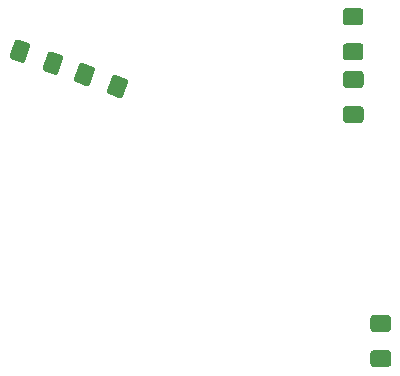
<source format=gbr>
%TF.GenerationSoftware,KiCad,Pcbnew,5.1.6-c6e7f7d~86~ubuntu18.04.1*%
%TF.CreationDate,2021-04-26T01:41:27-07:00*%
%TF.ProjectId,thumb_cluster_left,7468756d-625f-4636-9c75-737465725f6c,rev?*%
%TF.SameCoordinates,Original*%
%TF.FileFunction,Paste,Bot*%
%TF.FilePolarity,Positive*%
%FSLAX46Y46*%
G04 Gerber Fmt 4.6, Leading zero omitted, Abs format (unit mm)*
G04 Created by KiCad (PCBNEW 5.1.6-c6e7f7d~86~ubuntu18.04.1) date 2021-04-26 01:41:27*
%MOMM*%
%LPD*%
G01*
G04 APERTURE LIST*
G04 APERTURE END LIST*
%TO.C,R1*%
G36*
G01*
X166705000Y-105760417D02*
X167955000Y-105760417D01*
G75*
G02*
X168205000Y-106010417I0J-250000D01*
G01*
X168205000Y-106935417D01*
G75*
G02*
X167955000Y-107185417I-250000J0D01*
G01*
X166705000Y-107185417D01*
G75*
G02*
X166455000Y-106935417I0J250000D01*
G01*
X166455000Y-106010417D01*
G75*
G02*
X166705000Y-105760417I250000J0D01*
G01*
G37*
G36*
G01*
X166705000Y-102785417D02*
X167955000Y-102785417D01*
G75*
G02*
X168205000Y-103035417I0J-250000D01*
G01*
X168205000Y-103960417D01*
G75*
G02*
X167955000Y-104210417I-250000J0D01*
G01*
X166705000Y-104210417D01*
G75*
G02*
X166455000Y-103960417I0J250000D01*
G01*
X166455000Y-103035417D01*
G75*
G02*
X166705000Y-102785417I250000J0D01*
G01*
G37*
%TD*%
%TO.C,R5*%
G36*
G01*
X137665345Y-80095510D02*
X137237819Y-81270126D01*
G75*
G02*
X136917391Y-81419544I-234923J85505D01*
G01*
X136048176Y-81103176D01*
G75*
G02*
X135898758Y-80782748I85505J234923D01*
G01*
X136326283Y-79608132D01*
G75*
G02*
X136646711Y-79458714I234923J-85505D01*
G01*
X137515926Y-79775082D01*
G75*
G02*
X137665344Y-80095510I-85505J-234923D01*
G01*
G37*
G36*
G01*
X140460931Y-81113020D02*
X140033405Y-82287636D01*
G75*
G02*
X139712977Y-82437054I-234923J85505D01*
G01*
X138843762Y-82120686D01*
G75*
G02*
X138694344Y-81800258I85505J234923D01*
G01*
X139121869Y-80625642D01*
G75*
G02*
X139442297Y-80476224I234923J-85505D01*
G01*
X140311512Y-80792592D01*
G75*
G02*
X140460930Y-81113020I-85505J-234923D01*
G01*
G37*
%TD*%
%TO.C,R2*%
G36*
G01*
X165624999Y-83552098D02*
X164374999Y-83552098D01*
G75*
G02*
X164124999Y-83302098I0J250000D01*
G01*
X164124999Y-82377098D01*
G75*
G02*
X164374999Y-82127098I250000J0D01*
G01*
X165624999Y-82127098D01*
G75*
G02*
X165874999Y-82377098I0J-250000D01*
G01*
X165874999Y-83302098D01*
G75*
G02*
X165624999Y-83552098I-250000J0D01*
G01*
G37*
G36*
G01*
X165624999Y-86527098D02*
X164374999Y-86527098D01*
G75*
G02*
X164124999Y-86277098I0J250000D01*
G01*
X164124999Y-85352098D01*
G75*
G02*
X164374999Y-85102098I250000J0D01*
G01*
X165624999Y-85102098D01*
G75*
G02*
X165874999Y-85352098I0J-250000D01*
G01*
X165874999Y-86277098D01*
G75*
G02*
X165624999Y-86527098I-250000J0D01*
G01*
G37*
%TD*%
%TO.C,R3*%
G36*
G01*
X165613979Y-78242500D02*
X164363979Y-78242500D01*
G75*
G02*
X164113979Y-77992500I0J250000D01*
G01*
X164113979Y-77067500D01*
G75*
G02*
X164363979Y-76817500I250000J0D01*
G01*
X165613979Y-76817500D01*
G75*
G02*
X165863979Y-77067500I0J-250000D01*
G01*
X165863979Y-77992500D01*
G75*
G02*
X165613979Y-78242500I-250000J0D01*
G01*
G37*
G36*
G01*
X165613979Y-81217500D02*
X164363979Y-81217500D01*
G75*
G02*
X164113979Y-80967500I0J250000D01*
G01*
X164113979Y-80042500D01*
G75*
G02*
X164363979Y-79792500I250000J0D01*
G01*
X165613979Y-79792500D01*
G75*
G02*
X165863979Y-80042500I0J-250000D01*
G01*
X165863979Y-80967500D01*
G75*
G02*
X165613979Y-81217500I-250000J0D01*
G01*
G37*
%TD*%
%TO.C,R4*%
G36*
G01*
X143115564Y-82079226D02*
X142688038Y-83253842D01*
G75*
G02*
X142367610Y-83403260I-234923J85505D01*
G01*
X141498395Y-83086892D01*
G75*
G02*
X141348977Y-82766464I85505J234923D01*
G01*
X141776502Y-81591848D01*
G75*
G02*
X142096930Y-81442430I234923J-85505D01*
G01*
X142966145Y-81758798D01*
G75*
G02*
X143115563Y-82079226I-85505J-234923D01*
G01*
G37*
G36*
G01*
X145911150Y-83096736D02*
X145483624Y-84271352D01*
G75*
G02*
X145163196Y-84420770I-234923J85505D01*
G01*
X144293981Y-84104402D01*
G75*
G02*
X144144563Y-83783974I85505J234923D01*
G01*
X144572088Y-82609358D01*
G75*
G02*
X144892516Y-82459940I234923J-85505D01*
G01*
X145761731Y-82776308D01*
G75*
G02*
X145911149Y-83096736I-85505J-234923D01*
G01*
G37*
%TD*%
M02*

</source>
